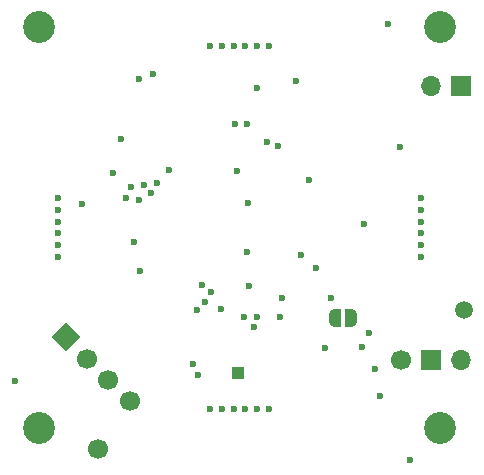
<source format=gbs>
G04 #@! TF.GenerationSoftware,KiCad,Pcbnew,8.0.7*
G04 #@! TF.CreationDate,2025-03-19T21:21:16+01:00*
G04 #@! TF.ProjectId,RP2040_minimal_r2,52503230-3430-45f6-9d69-6e696d616c5f,REV2*
G04 #@! TF.SameCoordinates,Original*
G04 #@! TF.FileFunction,Soldermask,Bot*
G04 #@! TF.FilePolarity,Negative*
%FSLAX46Y46*%
G04 Gerber Fmt 4.6, Leading zero omitted, Abs format (unit mm)*
G04 Created by KiCad (PCBNEW 8.0.7) date 2025-03-19 21:21:16*
%MOMM*%
%LPD*%
G01*
G04 APERTURE LIST*
G04 Aperture macros list*
%AMHorizOval*
0 Thick line with rounded ends*
0 $1 width*
0 $2 $3 position (X,Y) of the first rounded end (center of the circle)*
0 $4 $5 position (X,Y) of the second rounded end (center of the circle)*
0 Add line between two ends*
20,1,$1,$2,$3,$4,$5,0*
0 Add two circle primitives to create the rounded ends*
1,1,$1,$2,$3*
1,1,$1,$4,$5*%
%AMRotRect*
0 Rectangle, with rotation*
0 The origin of the aperture is its center*
0 $1 length*
0 $2 width*
0 $3 Rotation angle, in degrees counterclockwise*
0 Add horizontal line*
21,1,$1,$2,0,0,$3*%
%AMFreePoly0*
4,1,19,0.500000,-0.750000,0.000000,-0.750000,0.000000,-0.744911,-0.071157,-0.744911,-0.207708,-0.704816,-0.327430,-0.627875,-0.420627,-0.520320,-0.479746,-0.390866,-0.500000,-0.250000,-0.500000,0.250000,-0.479746,0.390866,-0.420627,0.520320,-0.327430,0.627875,-0.207708,0.704816,-0.071157,0.744911,0.000000,0.744911,0.000000,0.750000,0.500000,0.750000,0.500000,-0.750000,0.500000,-0.750000,
$1*%
%AMFreePoly1*
4,1,19,0.000000,0.744911,0.071157,0.744911,0.207708,0.704816,0.327430,0.627875,0.420627,0.520320,0.479746,0.390866,0.500000,0.250000,0.500000,-0.250000,0.479746,-0.390866,0.420627,-0.520320,0.327430,-0.627875,0.207708,-0.704816,0.071157,-0.744911,0.000000,-0.744911,0.000000,-0.750000,-0.500000,-0.750000,-0.500000,0.750000,0.000000,0.750000,0.000000,0.744911,0.000000,0.744911,
$1*%
G04 Aperture macros list end*
%ADD10C,2.700000*%
%ADD11C,1.500000*%
%ADD12C,1.700000*%
%ADD13R,1.000000X1.000000*%
%ADD14R,1.700000X1.700000*%
%ADD15O,1.700000X1.700000*%
%ADD16RotRect,1.700000X1.700000X225.000000*%
%ADD17HorizOval,1.700000X0.000000X0.000000X0.000000X0.000000X0*%
%ADD18FreePoly0,180.000000*%
%ADD19FreePoly1,180.000000*%
%ADD20C,0.600000*%
G04 APERTURE END LIST*
D10*
X83000000Y-83000000D03*
X117000000Y-117000000D03*
X117000000Y-83000000D03*
X83000000Y-117000000D03*
D11*
X119000000Y-107000000D03*
D12*
X88000000Y-118800000D03*
D13*
X99900000Y-112300000D03*
D14*
X118775000Y-88000000D03*
D15*
X116235000Y-88000000D03*
D12*
X113675000Y-111200000D03*
D14*
X116215000Y-111200000D03*
D15*
X118754999Y-111200000D03*
D16*
X85312994Y-109312994D03*
D17*
X87109045Y-111109045D03*
X88905096Y-112905096D03*
X90701148Y-114701148D03*
D18*
X109400000Y-107700000D03*
D19*
X108100000Y-107700000D03*
D20*
X112600000Y-82800000D03*
X99600000Y-91205008D03*
X98400000Y-106900000D03*
X86700000Y-98000000D03*
X81000000Y-113000000D03*
X106500000Y-103400000D03*
X101500000Y-88200000D03*
X101500000Y-107547004D03*
X94000000Y-95100000D03*
X91100000Y-101200000D03*
X103300000Y-93125000D03*
X104800000Y-87570000D03*
X102300000Y-92800000D03*
X92650000Y-86970000D03*
X90000000Y-92500000D03*
X100380994Y-107546990D03*
X105900000Y-96000000D03*
X114400000Y-119700000D03*
X113600000Y-93200000D03*
X111500000Y-112000000D03*
X100600000Y-91205000D03*
X91500000Y-87400000D03*
X91600000Y-103700000D03*
X89300000Y-95400000D03*
X99800000Y-95199994D03*
X100700000Y-97900000D03*
X100800000Y-104965000D03*
X100599970Y-102100000D03*
X96100000Y-111600000D03*
X96400000Y-107000000D03*
X96500000Y-112500000D03*
X97100000Y-106300000D03*
X97600000Y-105500000D03*
X96800000Y-104900000D03*
X84600000Y-102500000D03*
X84600000Y-101500000D03*
X84600000Y-100500000D03*
X84600000Y-99500000D03*
X84600000Y-98500000D03*
X84600000Y-97500000D03*
X97500000Y-84600000D03*
X90400000Y-97500000D03*
X90800000Y-96600000D03*
X98500000Y-84600000D03*
X91500000Y-97700000D03*
X99500000Y-84600000D03*
X100500000Y-84600000D03*
X91900000Y-96400000D03*
X101500000Y-84600000D03*
X92500000Y-97100000D03*
X102500000Y-84600000D03*
X93000000Y-96250000D03*
X115400000Y-97500000D03*
X115400000Y-98500000D03*
X115400000Y-99500000D03*
X115400000Y-100500000D03*
X110500000Y-99750000D03*
X115400000Y-101500000D03*
X115400000Y-102500000D03*
X102500000Y-115400000D03*
X101500000Y-115400000D03*
X105200000Y-102300000D03*
X107750000Y-106000000D03*
X100500000Y-115400000D03*
X99500000Y-115400000D03*
X98500000Y-115400000D03*
X97500000Y-115400000D03*
X103600000Y-106000000D03*
X110408732Y-110091268D03*
X103400000Y-107600000D03*
X111900000Y-114300000D03*
X107200000Y-110200000D03*
X101200000Y-108400000D03*
X111000000Y-108900000D03*
M02*

</source>
